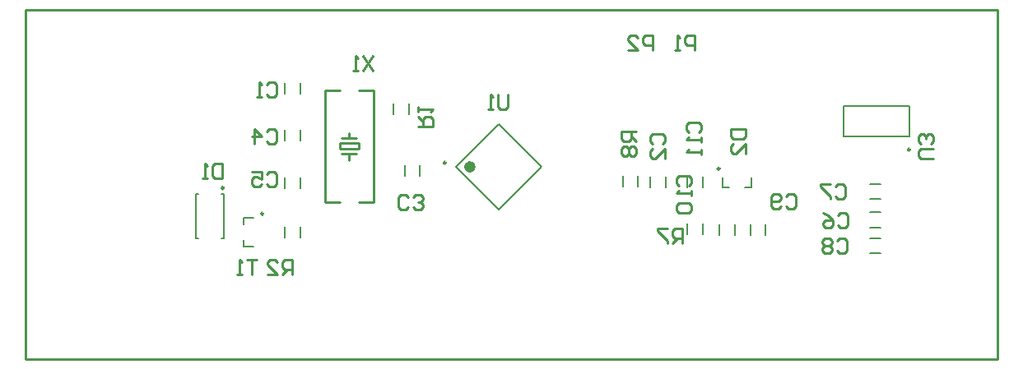
<source format=gbo>
G04 Layer_Color=32896*
%FSLAX43Y43*%
%MOMM*%
G71*
G01*
G75*
%ADD12C,0.254*%
%ADD34C,0.200*%
%ADD35C,0.250*%
%ADD36C,0.600*%
D12*
X80097Y74573D02*
Y86073D01*
X75097Y74573D02*
Y86073D01*
X78597D02*
X80097D01*
X75097D02*
X76597D01*
X78597Y74573D02*
X80097D01*
X75097D02*
X76597D01*
X78597Y80073D02*
Y80673D01*
X76597D02*
X78597D01*
X76597Y80073D02*
X78597D01*
X76597D02*
Y80673D01*
X76797Y79573D02*
X78297D01*
X76797Y81173D02*
X78297D01*
X77597Y78873D02*
Y79573D01*
Y81173D02*
Y81673D01*
X107137Y81839D02*
X105614D01*
Y81077D01*
X105868Y80823D01*
X106375D01*
X106629Y81077D01*
Y81839D01*
Y81331D02*
X107137Y80823D01*
X105868Y80315D02*
X105614Y80061D01*
Y79554D01*
X105868Y79300D01*
X106122D01*
X106375Y79554D01*
X106629Y79300D01*
X106883D01*
X107137Y79554D01*
Y80061D01*
X106883Y80315D01*
X106629D01*
X106375Y80061D01*
X106122Y80315D01*
X105868D01*
X106375Y80061D02*
Y79554D01*
X112522Y81788D02*
X112268Y82042D01*
Y82550D01*
X112522Y82804D01*
X113538D01*
X113792Y82550D01*
Y82042D01*
X113538Y81788D01*
X113792Y81280D02*
Y80773D01*
Y81027D01*
X112268D01*
X112522Y81280D01*
X113792Y80011D02*
Y79503D01*
Y79757D01*
X112268D01*
X112522Y80011D01*
X79972Y89700D02*
X78956Y88176D01*
Y89700D02*
X79972Y88176D01*
X78448D02*
X77941D01*
X78194D01*
Y89700D01*
X78448Y89446D01*
X137706Y79083D02*
X136436D01*
X136182Y79337D01*
Y79845D01*
X136436Y80099D01*
X137706D01*
X137452Y80606D02*
X137706Y80860D01*
Y81368D01*
X137452Y81622D01*
X137198D01*
X136944Y81368D01*
Y81114D01*
Y81368D01*
X136690Y81622D01*
X136436D01*
X136182Y81368D01*
Y80860D01*
X136436Y80606D01*
X64554Y78600D02*
Y77076D01*
X63792D01*
X63538Y77330D01*
Y78346D01*
X63792Y78600D01*
X64554D01*
X63031Y77076D02*
X62523D01*
X62777D01*
Y78600D01*
X63031Y78346D01*
X111506Y76327D02*
X111252Y76581D01*
Y77089D01*
X111506Y77343D01*
X112522D01*
X112776Y77089D01*
Y76581D01*
X112522Y76327D01*
X112776Y75819D02*
Y75312D01*
Y75566D01*
X111252D01*
X111506Y75819D01*
Y74550D02*
X111252Y74296D01*
Y73788D01*
X111506Y73534D01*
X112522D01*
X112776Y73788D01*
Y74296D01*
X112522Y74550D01*
X111506D01*
X122555Y75184D02*
X122809Y75438D01*
X123317D01*
X123571Y75184D01*
Y74168D01*
X123317Y73914D01*
X122809D01*
X122555Y74168D01*
X122047D02*
X121794Y73914D01*
X121286D01*
X121032Y74168D01*
Y75184D01*
X121286Y75438D01*
X121794D01*
X122047Y75184D01*
Y74930D01*
X121794Y74676D01*
X121032D01*
X127762Y70612D02*
X128016Y70866D01*
X128524D01*
X128778Y70612D01*
Y69596D01*
X128524Y69342D01*
X128016D01*
X127762Y69596D01*
X127254Y70612D02*
X127001Y70866D01*
X126493D01*
X126239Y70612D01*
Y70358D01*
X126493Y70104D01*
X126239Y69850D01*
Y69596D01*
X126493Y69342D01*
X127001D01*
X127254Y69596D01*
Y69850D01*
X127001Y70104D01*
X127254Y70358D01*
Y70612D01*
X127001Y70104D02*
X126493D01*
X127635Y76200D02*
X127889Y76454D01*
X128397D01*
X128651Y76200D01*
Y75184D01*
X128397Y74930D01*
X127889D01*
X127635Y75184D01*
X127127Y76454D02*
X126112D01*
Y76200D01*
X127127Y75184D01*
Y74930D01*
X127889Y73279D02*
X128143Y73533D01*
X128651D01*
X128905Y73279D01*
Y72263D01*
X128651Y72009D01*
X128143D01*
X127889Y72263D01*
X126366Y73533D02*
X126874Y73279D01*
X127381Y72771D01*
Y72263D01*
X127128Y72009D01*
X126620D01*
X126366Y72263D01*
Y72517D01*
X126620Y72771D01*
X127381D01*
X69088Y77470D02*
X69342Y77724D01*
X69850D01*
X70104Y77470D01*
Y76454D01*
X69850Y76200D01*
X69342D01*
X69088Y76454D01*
X67565Y77724D02*
X68580D01*
Y76962D01*
X68073Y77216D01*
X67819D01*
X67565Y76962D01*
Y76454D01*
X67819Y76200D01*
X68327D01*
X68580Y76454D01*
X108775Y90284D02*
Y91808D01*
X108014D01*
X107760Y91554D01*
Y91046D01*
X108014Y90792D01*
X108775D01*
X106236Y90284D02*
X107252D01*
X106236Y91300D01*
Y91554D01*
X106490Y91808D01*
X106998D01*
X107252Y91554D01*
X113093Y90284D02*
Y91808D01*
X112332D01*
X112078Y91554D01*
Y91046D01*
X112332Y90792D01*
X113093D01*
X111570Y90284D02*
X111062D01*
X111316D01*
Y91808D01*
X111570Y91554D01*
X83667Y74067D02*
X83413Y73813D01*
X82906D01*
X82652Y74067D01*
Y75082D01*
X82906Y75336D01*
X83413D01*
X83667Y75082D01*
X84175Y74067D02*
X84429Y73813D01*
X84937D01*
X85191Y74067D01*
Y74321D01*
X84937Y74575D01*
X84683D01*
X84937D01*
X85191Y74829D01*
Y75082D01*
X84937Y75336D01*
X84429D01*
X84175Y75082D01*
X108814Y80569D02*
X108560Y80823D01*
Y81331D01*
X108814Y81585D01*
X109830D01*
X110084Y81331D01*
Y80823D01*
X109830Y80569D01*
X110084Y79046D02*
Y80061D01*
X109068Y79046D01*
X108814D01*
X108560Y79300D01*
Y79807D01*
X108814Y80061D01*
X69088Y86741D02*
X69342Y86995D01*
X69850D01*
X70104Y86741D01*
Y85725D01*
X69850Y85471D01*
X69342D01*
X69088Y85725D01*
X68580Y85471D02*
X68073D01*
X68327D01*
Y86995D01*
X68580Y86741D01*
X93904Y85648D02*
Y84379D01*
X93650Y84125D01*
X93142D01*
X92888Y84379D01*
Y85648D01*
X92380Y84125D02*
X91872D01*
X92126D01*
Y85648D01*
X92380Y85394D01*
X84671Y82359D02*
X86194D01*
Y83121D01*
X85940Y83375D01*
X85433D01*
X85179Y83121D01*
Y82359D01*
Y82867D02*
X84671Y83375D01*
Y83883D02*
Y84391D01*
Y84137D01*
X86194D01*
X85940Y83883D01*
X69088Y81915D02*
X69342Y82169D01*
X69850D01*
X70104Y81915D01*
Y80899D01*
X69850Y80645D01*
X69342D01*
X69088Y80899D01*
X67819Y80645D02*
Y82169D01*
X68580Y81407D01*
X67565D01*
X116840Y82169D02*
X118364D01*
Y81407D01*
X118110Y81153D01*
X117094D01*
X116840Y81407D01*
Y82169D01*
X118364Y79630D02*
Y80645D01*
X117348Y79630D01*
X117094D01*
X116840Y79884D01*
Y80392D01*
X117094Y80645D01*
X71755Y67183D02*
Y68707D01*
X70993D01*
X70739Y68453D01*
Y67945D01*
X70993Y67691D01*
X71755D01*
X71247D02*
X70739Y67183D01*
X69216D02*
X70231D01*
X69216Y68199D01*
Y68453D01*
X69470Y68707D01*
X69978D01*
X70231Y68453D01*
X111887Y70358D02*
Y71882D01*
X111125D01*
X110871Y71628D01*
Y71120D01*
X111125Y70866D01*
X111887D01*
X111379D02*
X110871Y70358D01*
X110363Y71882D02*
X109348D01*
Y71628D01*
X110363Y70612D01*
Y70358D01*
X68072Y68707D02*
X67056D01*
X67564D01*
Y67183D01*
X66548D02*
X66041D01*
X66295D01*
Y68707D01*
X66548Y68453D01*
X144292Y58441D02*
Y94441D01*
X44292Y58441D02*
X144292D01*
X44292D02*
Y94441D01*
X144292D01*
D34*
X107277Y76183D02*
Y77283D01*
X105727Y76183D02*
Y77283D01*
X113957Y76158D02*
Y77258D01*
X112357Y76158D02*
Y77258D01*
X66737Y70001D02*
X67737D01*
X66737D02*
Y70701D01*
Y73001D02*
X67737D01*
X66737Y72301D02*
Y73001D01*
X72530Y70951D02*
Y72051D01*
X70980Y70951D02*
Y72051D01*
X72555Y76031D02*
Y77131D01*
X70955Y76031D02*
Y77131D01*
X61846Y75402D02*
X62096D01*
X61846Y70902D02*
X62096D01*
X64396Y75402D02*
X64646D01*
X64396Y70902D02*
X64646D01*
X61846D02*
Y75402D01*
X64646Y70902D02*
Y75402D01*
X117259Y71205D02*
Y72305D01*
X115659Y71205D02*
Y72305D01*
X120434Y71205D02*
Y72305D01*
X118834Y71205D02*
Y72305D01*
X131149Y69304D02*
X132249D01*
X131149Y70904D02*
X132249D01*
X131149Y74892D02*
X132249D01*
X131149Y76492D02*
X132249D01*
X131149Y71971D02*
X132249D01*
X131149Y73571D02*
X132249D01*
X128476Y81381D02*
Y84481D01*
X135176Y81381D02*
Y84481D01*
X128476D02*
X135176D01*
X128476Y81381D02*
X135176D01*
X92964Y82616D02*
X97348Y78232D01*
X88580D02*
X92964Y73848D01*
X97348Y78232D01*
X88580D02*
X92964Y82616D01*
X82156Y83651D02*
Y84751D01*
X83706Y83651D02*
Y84751D01*
X115975Y76135D02*
Y77135D01*
Y76135D02*
X116675D01*
X118975D02*
Y77135D01*
X118275Y76135D02*
X118975D01*
X113932Y71332D02*
Y72432D01*
X112382Y71332D02*
Y72432D01*
X72555Y80984D02*
Y82084D01*
X70955Y80984D02*
Y82084D01*
X72555Y85810D02*
Y86910D01*
X70955Y85810D02*
Y86910D01*
X108547Y76158D02*
Y77258D01*
X110147Y76158D02*
Y77258D01*
X84874Y77301D02*
Y78401D01*
X83274Y77301D02*
Y78401D01*
D35*
X68762Y73401D02*
G03*
X68762Y73401I-125J0D01*
G01*
X64671Y76052D02*
G03*
X64671Y76052I-125J0D01*
G01*
X135301Y80006D02*
G03*
X135301Y80006I-125J0D01*
G01*
X87538Y78656D02*
G03*
X87538Y78656I-125J0D01*
G01*
X115700Y78035D02*
G03*
X115700Y78035I-125J0D01*
G01*
D36*
X90294Y78232D02*
G03*
X90294Y78232I-300J0D01*
G01*
M02*

</source>
